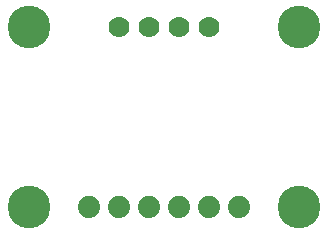
<source format=gbr>
G04 EAGLE Gerber RS-274X export*
G75*
%MOMM*%
%FSLAX34Y34*%
%LPD*%
%INSoldermask Bottom*%
%IPPOS*%
%AMOC8*
5,1,8,0,0,1.08239X$1,22.5*%
G01*
%ADD10C,3.617600*%
%ADD11C,1.879600*%
%ADD12C,1.778000*%


D10*
X254000Y25400D03*
X25400Y177800D03*
X254000Y177800D03*
X25400Y25400D03*
D11*
X203200Y25400D03*
X177800Y25400D03*
X152400Y25400D03*
X127000Y25400D03*
X101600Y25400D03*
X76200Y25400D03*
D12*
X177800Y177800D03*
X152400Y177800D03*
X127000Y177800D03*
X101600Y177800D03*
M02*

</source>
